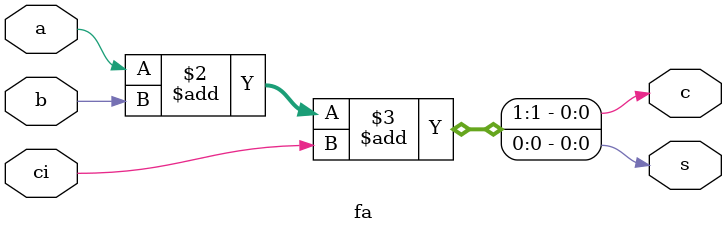
<source format=v>
module fa(s, c, a, b, ci);
input a, b, ci;
output reg s, c;

always @(*) begin
	{c, s} = a+b+ci; 
end
endmodule


</source>
